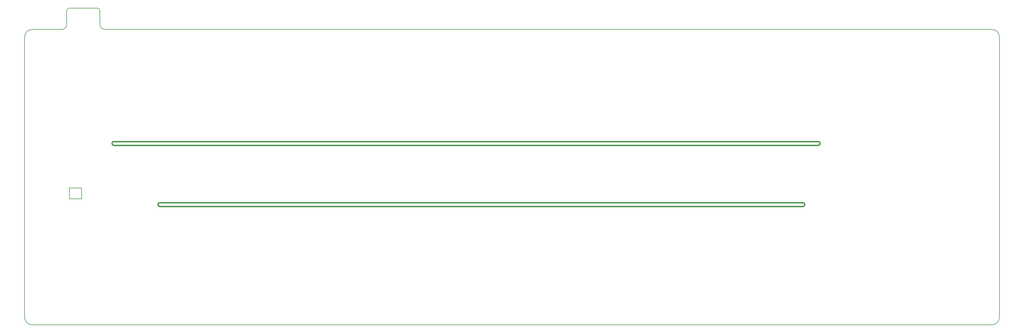
<source format=gbr>
G04 #@! TF.GenerationSoftware,KiCad,Pcbnew,(5.1.11)-1*
G04 #@! TF.CreationDate,2022-07-27T22:25:24+07:00*
G04 #@! TF.ProjectId,averange65 - Copy,61766572-616e-4676-9536-35202d20436f,rev?*
G04 #@! TF.SameCoordinates,Original*
G04 #@! TF.FileFunction,Profile,NP*
%FSLAX46Y46*%
G04 Gerber Fmt 4.6, Leading zero omitted, Abs format (unit mm)*
G04 Created by KiCad (PCBNEW (5.1.11)-1) date 2022-07-27 22:25:24*
%MOMM*%
%LPD*%
G01*
G04 APERTURE LIST*
G04 #@! TA.AperFunction,Profile*
%ADD10C,0.150000*%
G04 #@! TD*
G04 #@! TA.AperFunction,Profile*
%ADD11C,0.400000*%
G04 #@! TD*
G04 APERTURE END LIST*
D10*
X14517818Y-33342559D02*
X23280834Y-33342559D01*
X3008420Y-132073846D02*
X301490767Y-132073793D01*
X25630341Y-39998584D02*
X301490767Y-39998716D01*
X3002070Y-39998767D02*
X12174662Y-39998508D01*
X643093Y-42395793D02*
G75*
G02*
X3002070Y-39998767I2381200J15877D01*
G01*
X25630341Y-39998584D02*
G75*
G02*
X24058790Y-38427036I15872J1587423D01*
G01*
X643040Y-42395793D02*
X643040Y-129676719D01*
X13740101Y-34120277D02*
G75*
G02*
X14517818Y-33342559I793592J-15874D01*
G01*
X13739864Y-38427036D02*
G75*
G02*
X12174662Y-39998508I-1587424J15875D01*
G01*
X23280834Y-33342559D02*
G75*
G02*
X24058552Y-34120276I-15874J-793592D01*
G01*
X13740101Y-34120277D02*
X13739863Y-38427036D01*
X3008420Y-132073846D02*
G75*
G02*
X643040Y-129676719I15873J2381253D01*
G01*
X24058790Y-38427036D02*
X24058552Y-34120276D01*
X303856094Y-129708468D02*
X303856094Y-42364041D01*
X301490767Y-39998716D02*
G75*
G02*
X303856094Y-42364041I-15873J-2381200D01*
G01*
X303856094Y-129708468D02*
G75*
G02*
X301490767Y-132073793I-2381200J15875D01*
G01*
D11*
X242729374Y-93967596D02*
X42704210Y-93967608D01*
X42704210Y-95167608D02*
G75*
G02*
X42704210Y-93967608I0J600000D01*
G01*
X242729374Y-93967596D02*
G75*
G02*
X242729374Y-95167596I0J-600000D01*
G01*
X242729374Y-95167596D02*
X42704210Y-95167608D01*
X247491494Y-74917512D02*
G75*
G02*
X247491494Y-76117512I0J-600000D01*
G01*
X247491494Y-74917512D02*
X28416330Y-74917524D01*
X247491494Y-76117512D02*
X28416330Y-76117524D01*
X28416330Y-76117524D02*
G75*
G02*
X28416330Y-74917524I0J600000D01*
G01*
D10*
X14610030Y-89422608D02*
X18410030Y-89422608D01*
X14610030Y-89422608D02*
X14610030Y-92822608D01*
X14610030Y-92822608D02*
X18410030Y-92822608D01*
X18410030Y-89422608D02*
X18410030Y-92822608D01*
M02*

</source>
